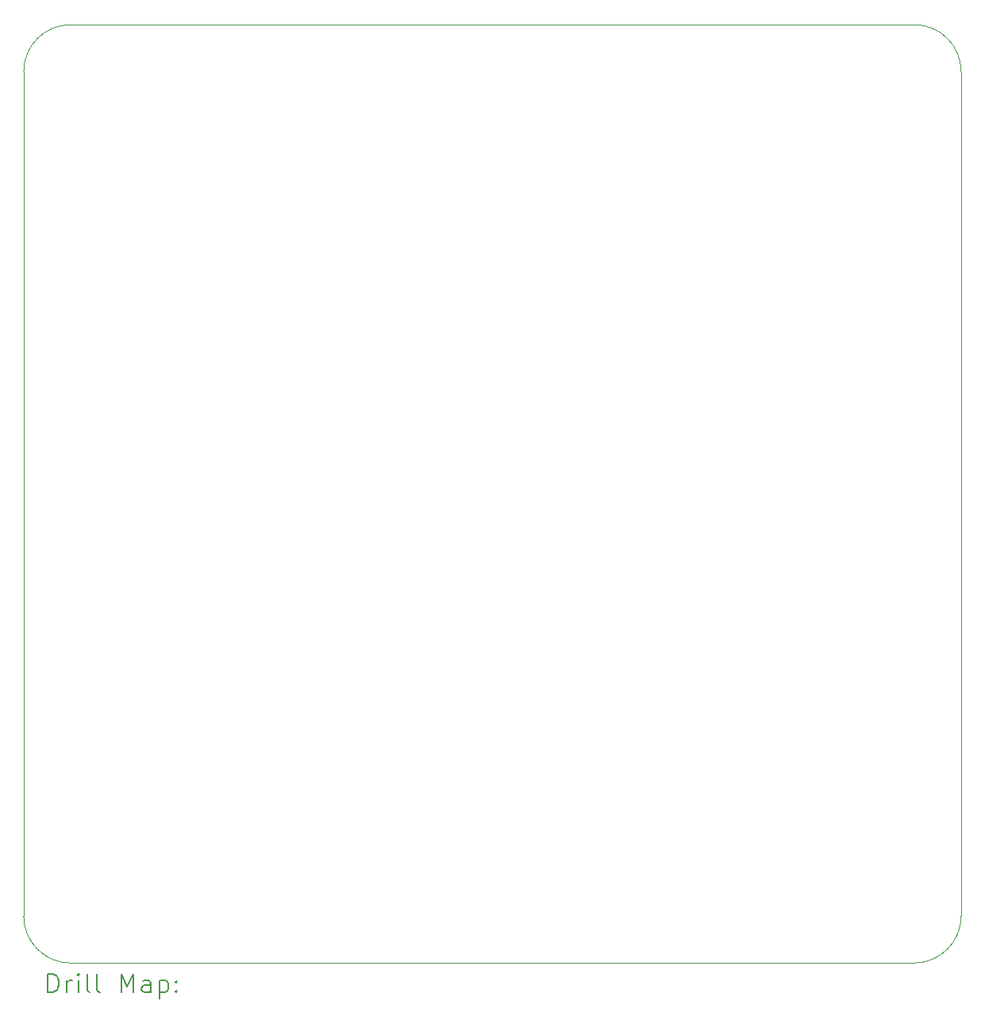
<source format=gbr>
%TF.GenerationSoftware,KiCad,Pcbnew,9.0.0*%
%TF.CreationDate,2025-02-23T16:43:19+09:00*%
%TF.ProjectId,YATA-PCB,59415441-2d50-4434-922e-6b696361645f,rev?*%
%TF.SameCoordinates,Original*%
%TF.FileFunction,Drillmap*%
%TF.FilePolarity,Positive*%
%FSLAX45Y45*%
G04 Gerber Fmt 4.5, Leading zero omitted, Abs format (unit mm)*
G04 Created by KiCad (PCBNEW 9.0.0) date 2025-02-23 16:43:19*
%MOMM*%
%LPD*%
G01*
G04 APERTURE LIST*
%ADD10C,0.050000*%
%ADD11C,0.200000*%
G04 APERTURE END LIST*
D10*
X7500000Y-14500000D02*
X7500000Y-5500000D01*
X7500000Y-5500000D02*
G75*
G02*
X8000000Y-5000000I500000J0D01*
G01*
X17000000Y-15000000D02*
X8000000Y-15000000D01*
X8000000Y-5000000D02*
X17000000Y-5000000D01*
X17000000Y-5000000D02*
G75*
G02*
X17500000Y-5500000I0J-500000D01*
G01*
X8000000Y-15000000D02*
G75*
G02*
X7500000Y-14500000I0J500000D01*
G01*
X17500000Y-14500000D02*
G75*
G02*
X17000000Y-15000000I-500000J0D01*
G01*
X17500000Y-5500000D02*
X17500000Y-14500000D01*
D11*
X7758277Y-15313984D02*
X7758277Y-15113984D01*
X7758277Y-15113984D02*
X7805896Y-15113984D01*
X7805896Y-15113984D02*
X7834467Y-15123508D01*
X7834467Y-15123508D02*
X7853515Y-15142555D01*
X7853515Y-15142555D02*
X7863039Y-15161603D01*
X7863039Y-15161603D02*
X7872562Y-15199698D01*
X7872562Y-15199698D02*
X7872562Y-15228269D01*
X7872562Y-15228269D02*
X7863039Y-15266365D01*
X7863039Y-15266365D02*
X7853515Y-15285412D01*
X7853515Y-15285412D02*
X7834467Y-15304460D01*
X7834467Y-15304460D02*
X7805896Y-15313984D01*
X7805896Y-15313984D02*
X7758277Y-15313984D01*
X7958277Y-15313984D02*
X7958277Y-15180650D01*
X7958277Y-15218746D02*
X7967801Y-15199698D01*
X7967801Y-15199698D02*
X7977324Y-15190174D01*
X7977324Y-15190174D02*
X7996372Y-15180650D01*
X7996372Y-15180650D02*
X8015420Y-15180650D01*
X8082086Y-15313984D02*
X8082086Y-15180650D01*
X8082086Y-15113984D02*
X8072562Y-15123508D01*
X8072562Y-15123508D02*
X8082086Y-15133031D01*
X8082086Y-15133031D02*
X8091610Y-15123508D01*
X8091610Y-15123508D02*
X8082086Y-15113984D01*
X8082086Y-15113984D02*
X8082086Y-15133031D01*
X8205896Y-15313984D02*
X8186848Y-15304460D01*
X8186848Y-15304460D02*
X8177324Y-15285412D01*
X8177324Y-15285412D02*
X8177324Y-15113984D01*
X8310658Y-15313984D02*
X8291610Y-15304460D01*
X8291610Y-15304460D02*
X8282086Y-15285412D01*
X8282086Y-15285412D02*
X8282086Y-15113984D01*
X8539229Y-15313984D02*
X8539229Y-15113984D01*
X8539229Y-15113984D02*
X8605896Y-15256841D01*
X8605896Y-15256841D02*
X8672563Y-15113984D01*
X8672563Y-15113984D02*
X8672563Y-15313984D01*
X8853515Y-15313984D02*
X8853515Y-15209222D01*
X8853515Y-15209222D02*
X8843991Y-15190174D01*
X8843991Y-15190174D02*
X8824944Y-15180650D01*
X8824944Y-15180650D02*
X8786848Y-15180650D01*
X8786848Y-15180650D02*
X8767801Y-15190174D01*
X8853515Y-15304460D02*
X8834467Y-15313984D01*
X8834467Y-15313984D02*
X8786848Y-15313984D01*
X8786848Y-15313984D02*
X8767801Y-15304460D01*
X8767801Y-15304460D02*
X8758277Y-15285412D01*
X8758277Y-15285412D02*
X8758277Y-15266365D01*
X8758277Y-15266365D02*
X8767801Y-15247317D01*
X8767801Y-15247317D02*
X8786848Y-15237793D01*
X8786848Y-15237793D02*
X8834467Y-15237793D01*
X8834467Y-15237793D02*
X8853515Y-15228269D01*
X8948753Y-15180650D02*
X8948753Y-15380650D01*
X8948753Y-15190174D02*
X8967801Y-15180650D01*
X8967801Y-15180650D02*
X9005896Y-15180650D01*
X9005896Y-15180650D02*
X9024944Y-15190174D01*
X9024944Y-15190174D02*
X9034467Y-15199698D01*
X9034467Y-15199698D02*
X9043991Y-15218746D01*
X9043991Y-15218746D02*
X9043991Y-15275888D01*
X9043991Y-15275888D02*
X9034467Y-15294936D01*
X9034467Y-15294936D02*
X9024944Y-15304460D01*
X9024944Y-15304460D02*
X9005896Y-15313984D01*
X9005896Y-15313984D02*
X8967801Y-15313984D01*
X8967801Y-15313984D02*
X8948753Y-15304460D01*
X9129705Y-15294936D02*
X9139229Y-15304460D01*
X9139229Y-15304460D02*
X9129705Y-15313984D01*
X9129705Y-15313984D02*
X9120182Y-15304460D01*
X9120182Y-15304460D02*
X9129705Y-15294936D01*
X9129705Y-15294936D02*
X9129705Y-15313984D01*
X9129705Y-15190174D02*
X9139229Y-15199698D01*
X9139229Y-15199698D02*
X9129705Y-15209222D01*
X9129705Y-15209222D02*
X9120182Y-15199698D01*
X9120182Y-15199698D02*
X9129705Y-15190174D01*
X9129705Y-15190174D02*
X9129705Y-15209222D01*
M02*

</source>
